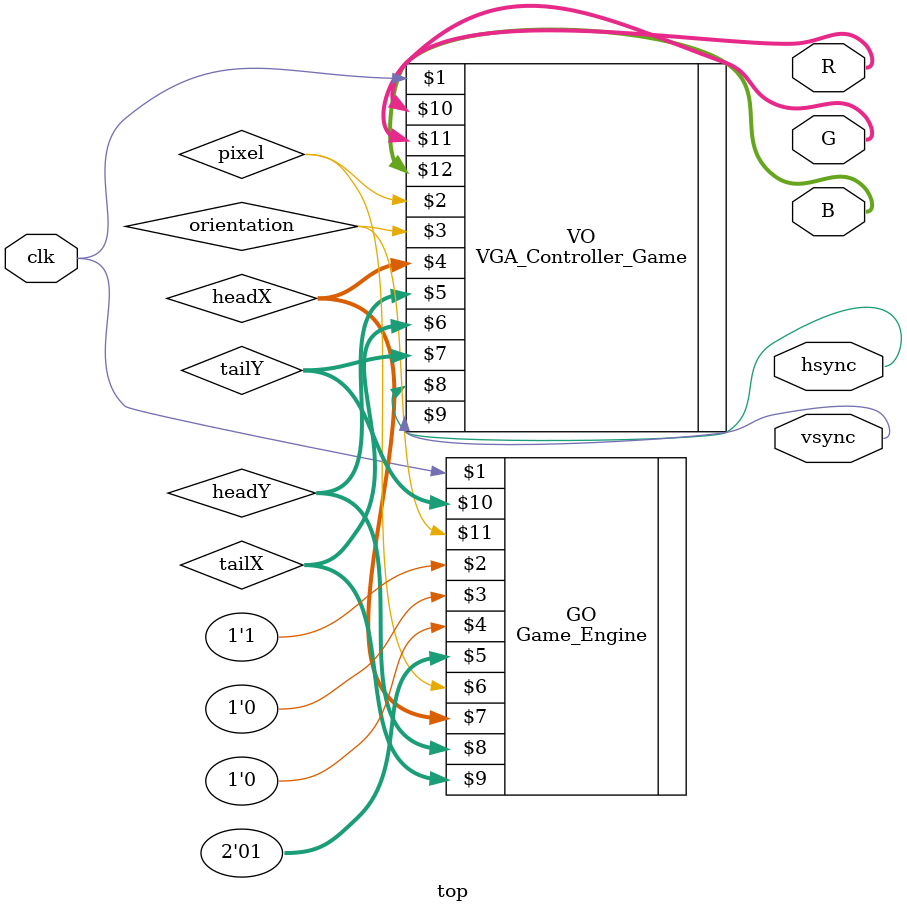
<source format=v>
module top(
input clk,
output reg hsync,
output reg vsync,
output reg [3:0] R,
output reg [3:0] G,
output reg [3:0] B);
 
wire pixel;
reg [9:0] headX,headY,tailX,tailY;
reg orientation;
Game_Engine GO (clk,1'b1,1'b0,1'b0,2'b01,pixel, headX, headY,tailX,tailY,orientation);
VGA_Controller_Game VO(clk, pixel,orientation, headX, headY, tailX,tailY ,hsync, vsync,R,G,B);

endmodule

</source>
